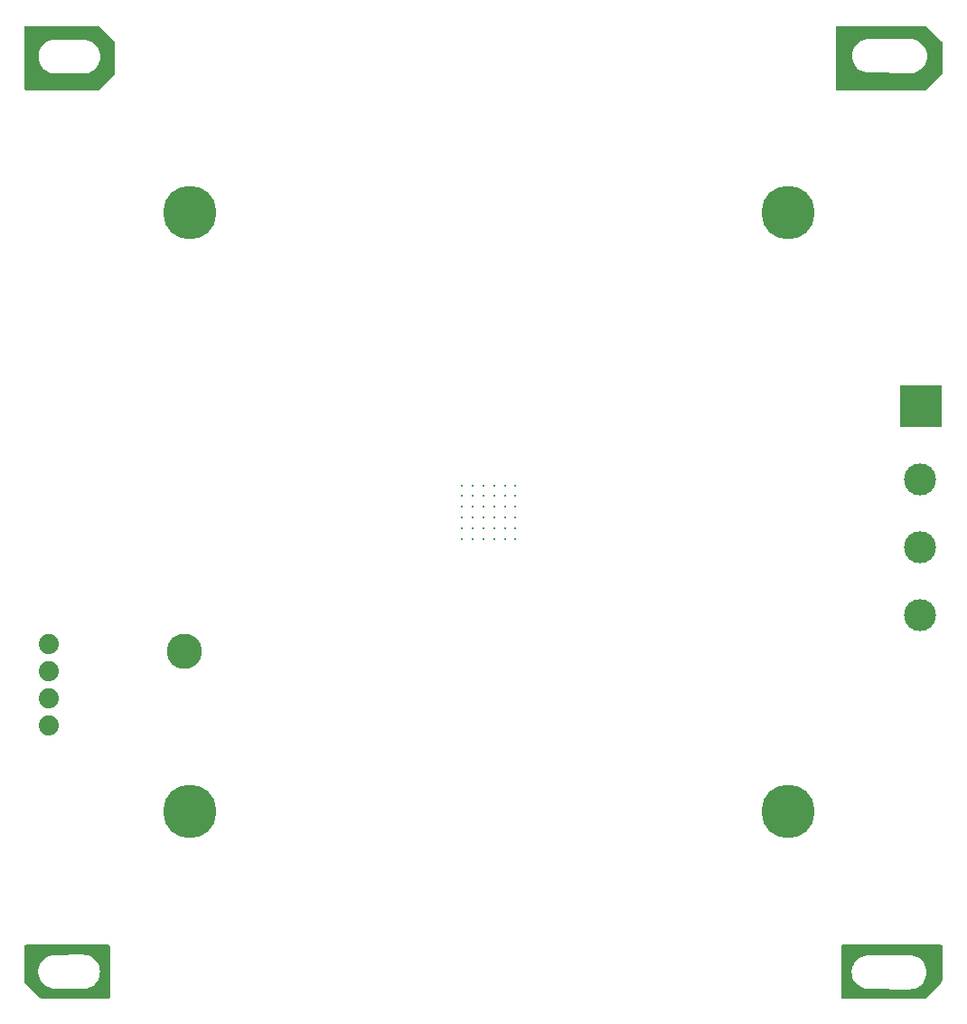
<source format=gbr>
%TF.GenerationSoftware,KiCad,Pcbnew,7.0.1-0*%
%TF.CreationDate,2023-03-22T23:36:25-07:00*%
%TF.ProjectId,Cosmic_Watch_Rev7_Nano_Revised,436f736d-6963-45f5-9761-7463685f5265,6.1*%
%TF.SameCoordinates,Original*%
%TF.FileFunction,Soldermask,Bot*%
%TF.FilePolarity,Negative*%
%FSLAX46Y46*%
G04 Gerber Fmt 4.6, Leading zero omitted, Abs format (unit mm)*
G04 Created by KiCad (PCBNEW 7.0.1-0) date 2023-03-22 23:36:25*
%MOMM*%
%LPD*%
G01*
G04 APERTURE LIST*
%ADD10C,5.000000*%
%ADD11C,1.879600*%
%ADD12C,3.000000*%
%ADD13C,3.301600*%
%ADD14R,4.000000X4.000000*%
%ADD15C,0.260000*%
G04 APERTURE END LIST*
D10*
%TO.C,*%
X175320000Y-122080000D03*
%TD*%
D11*
%TO.C,*%
X162100000Y-111545000D03*
%TD*%
D12*
%TO.C,TP2*%
X243736500Y-97408000D03*
%TD*%
D13*
%TO.C,U$9*%
X174800000Y-107100000D03*
%TD*%
D12*
%TO.C,TP3*%
X243736500Y-91058000D03*
%TD*%
D14*
%TO.C,TP4*%
X243800000Y-84200000D03*
%TD*%
D11*
%TO.C,*%
X162100000Y-106465000D03*
%TD*%
D10*
%TO.C,*%
X231320000Y-122080000D03*
%TD*%
%TO.C,*%
X175320000Y-66080000D03*
%TD*%
D12*
%TO.C,TP1*%
X243736500Y-103758000D03*
%TD*%
D10*
%TO.C,*%
X231320000Y-66080000D03*
%TD*%
D11*
%TO.C,*%
X162100000Y-114085000D03*
%TD*%
%TO.C,*%
X162100000Y-109005000D03*
%TD*%
D15*
%TO.C,IC1*%
X205820000Y-91580000D03*
X204820000Y-91580000D03*
X203820000Y-91580000D03*
X202820000Y-91580000D03*
X201820000Y-91580000D03*
X200820000Y-91580000D03*
X205820000Y-92580000D03*
X204820000Y-92580000D03*
X203820000Y-92580000D03*
X202820000Y-92580000D03*
X201820000Y-92580000D03*
X200820000Y-92580000D03*
X205820000Y-93580000D03*
X204820000Y-93580000D03*
X203820000Y-93580000D03*
X202820000Y-93580000D03*
X201820000Y-93580000D03*
X200820000Y-93580000D03*
X205820000Y-94580000D03*
X204820000Y-94580000D03*
X203820000Y-94580000D03*
X202820000Y-94580000D03*
X201820000Y-94580000D03*
X200820000Y-94580000D03*
X205820000Y-95580000D03*
X204820000Y-95580000D03*
X203820000Y-95580000D03*
X202820000Y-95580000D03*
X201820000Y-95580000D03*
X200820000Y-95580000D03*
X205820000Y-96580000D03*
X204820000Y-96580000D03*
X203820000Y-96580000D03*
X202820000Y-96580000D03*
X201820000Y-96580000D03*
X200820000Y-96580000D03*
%TD*%
G36*
X167757000Y-134596881D02*
G01*
X167803119Y-134643000D01*
X167820000Y-134706000D01*
X167820000Y-139454000D01*
X167803119Y-139517000D01*
X167757000Y-139563119D01*
X167694000Y-139580000D01*
X161372190Y-139580000D01*
X161323972Y-139570409D01*
X161283095Y-139543095D01*
X159856905Y-138116905D01*
X159829591Y-138076028D01*
X159820000Y-138027810D01*
X159820000Y-137206740D01*
X161108792Y-137206740D01*
X161144112Y-137453467D01*
X161217827Y-137691557D01*
X161328103Y-137915084D01*
X161472181Y-138118460D01*
X161646477Y-138296625D01*
X161846648Y-138445138D01*
X162067692Y-138560287D01*
X162304114Y-138639213D01*
X162549995Y-138680000D01*
X165300196Y-138705008D01*
X165550493Y-138685311D01*
X165794631Y-138626698D01*
X166026585Y-138530619D01*
X166240665Y-138399431D01*
X166431577Y-138236378D01*
X166594630Y-138045466D01*
X166725818Y-137831387D01*
X166821898Y-137599431D01*
X166880509Y-137355297D01*
X166900208Y-137105000D01*
X166880509Y-136854702D01*
X166821898Y-136610568D01*
X166725818Y-136378612D01*
X166594630Y-136164533D01*
X166431577Y-135973621D01*
X166240665Y-135810568D01*
X166026585Y-135679380D01*
X165794629Y-135583301D01*
X165550490Y-135524687D01*
X165300199Y-135505008D01*
X162599976Y-135530792D01*
X162352913Y-135563698D01*
X162114112Y-135635081D01*
X161889520Y-135743164D01*
X161684742Y-135885248D01*
X161504880Y-136057794D01*
X161354420Y-136256498D01*
X161237110Y-136476411D01*
X161155878Y-136712044D01*
X161112746Y-136957527D01*
X161108792Y-137206740D01*
X159820000Y-137206740D01*
X159820000Y-134706000D01*
X159836881Y-134643000D01*
X159883000Y-134596881D01*
X159946000Y-134580000D01*
X167694000Y-134580000D01*
X167757000Y-134596881D01*
G37*
G36*
X166816028Y-48589591D02*
G01*
X166856905Y-48616905D01*
X168283095Y-50043095D01*
X168310409Y-50083972D01*
X168320000Y-50132190D01*
X168320000Y-53027810D01*
X168310409Y-53076028D01*
X168283095Y-53116905D01*
X166856905Y-54543095D01*
X166816028Y-54570409D01*
X166767810Y-54580000D01*
X159946000Y-54580000D01*
X159883000Y-54563119D01*
X159836881Y-54517000D01*
X159820000Y-54454000D01*
X159820000Y-51546740D01*
X161138583Y-51546740D01*
X161173903Y-51793467D01*
X161247621Y-52031564D01*
X161357894Y-52255087D01*
X161501972Y-52458463D01*
X161676276Y-52636634D01*
X161876443Y-52785145D01*
X162097490Y-52900296D01*
X162333911Y-52979222D01*
X162579801Y-53019991D01*
X165329998Y-53044999D01*
X165580295Y-53025300D01*
X165824428Y-52966689D01*
X166056383Y-52870610D01*
X166270460Y-52739423D01*
X166461371Y-52576371D01*
X166624423Y-52385460D01*
X166755610Y-52171383D01*
X166851689Y-51939428D01*
X166910301Y-51695295D01*
X166929999Y-51445000D01*
X166910301Y-51194704D01*
X166851689Y-50950571D01*
X166755610Y-50718616D01*
X166624423Y-50504539D01*
X166461371Y-50313628D01*
X166270460Y-50150576D01*
X166056383Y-50019389D01*
X165824428Y-49923310D01*
X165580295Y-49864699D01*
X165329992Y-49845000D01*
X162629778Y-49870783D01*
X162382714Y-49903689D01*
X162143908Y-49975073D01*
X161919320Y-50083153D01*
X161714538Y-50225240D01*
X161534672Y-50397788D01*
X161384214Y-50596490D01*
X161266901Y-50816408D01*
X161185670Y-51052038D01*
X161142537Y-51297527D01*
X161138583Y-51546740D01*
X159820000Y-51546740D01*
X159820000Y-48706000D01*
X159836881Y-48643000D01*
X159883000Y-48596881D01*
X159946000Y-48580000D01*
X166767810Y-48580000D01*
X166816028Y-48589591D01*
G37*
G36*
X245757000Y-134596881D02*
G01*
X245803119Y-134643000D01*
X245820000Y-134706000D01*
X245820000Y-137823332D01*
X245803934Y-137884899D01*
X245636680Y-138183551D01*
X245631511Y-138191986D01*
X245484354Y-138412221D01*
X245468685Y-138431314D01*
X244356906Y-139543095D01*
X244316028Y-139570409D01*
X244267810Y-139580000D01*
X236446000Y-139580000D01*
X236383000Y-139563119D01*
X236336881Y-139517000D01*
X236320000Y-139454000D01*
X236320000Y-137089607D01*
X237325193Y-137089607D01*
X237341026Y-137338745D01*
X237396025Y-137582251D01*
X237488805Y-137814005D01*
X237617043Y-138028196D01*
X237777507Y-138219430D01*
X237966174Y-138382909D01*
X238178296Y-138514521D01*
X238408558Y-138610970D01*
X238651154Y-138669821D01*
X238900022Y-138689604D01*
X242750011Y-138739604D01*
X243000305Y-138719896D01*
X243244433Y-138661283D01*
X243476391Y-138565203D01*
X243690458Y-138434019D01*
X243881375Y-138270960D01*
X244044423Y-138080054D01*
X244175609Y-137865978D01*
X244271686Y-137634025D01*
X244330298Y-137389892D01*
X244349995Y-137139599D01*
X244330298Y-136889307D01*
X244271686Y-136645174D01*
X244175609Y-136413221D01*
X244044423Y-136199145D01*
X243881375Y-136008239D01*
X243690458Y-135845180D01*
X243476391Y-135713996D01*
X243244432Y-135617916D01*
X243000311Y-135559305D01*
X242750006Y-135539604D01*
X238949997Y-135540397D01*
X238700626Y-135552265D01*
X238456285Y-135603390D01*
X238223082Y-135692482D01*
X238006886Y-135817300D01*
X237813127Y-135974710D01*
X237646678Y-136160754D01*
X237511708Y-136370768D01*
X237411622Y-136599456D01*
X237348923Y-136841106D01*
X237325193Y-137089607D01*
X236320000Y-137089607D01*
X236320000Y-134706000D01*
X236336881Y-134643000D01*
X236383000Y-134596881D01*
X236446000Y-134580000D01*
X245694000Y-134580000D01*
X245757000Y-134596881D01*
G37*
G36*
X244316028Y-48589591D02*
G01*
X244356905Y-48616905D01*
X245783095Y-50043095D01*
X245810409Y-50083972D01*
X245820000Y-50132190D01*
X245820000Y-53027810D01*
X245810409Y-53076028D01*
X245783095Y-53116905D01*
X244356905Y-54543095D01*
X244316028Y-54570409D01*
X244267810Y-54580000D01*
X235946000Y-54580000D01*
X235883000Y-54563119D01*
X235836881Y-54517000D01*
X235820000Y-54454000D01*
X235820000Y-51345008D01*
X237355197Y-51345008D01*
X237371030Y-51594142D01*
X237426028Y-51837644D01*
X237518808Y-52069404D01*
X237647043Y-52283590D01*
X237807509Y-52474826D01*
X237996166Y-52638297D01*
X238208291Y-52769915D01*
X238438550Y-52866363D01*
X238681143Y-52925215D01*
X238930011Y-52945000D01*
X242779991Y-52994999D01*
X243030295Y-52975300D01*
X243274428Y-52916689D01*
X243506383Y-52820610D01*
X243720460Y-52689423D01*
X243911371Y-52526371D01*
X244074423Y-52335460D01*
X244205610Y-52121383D01*
X244301689Y-51889428D01*
X244360301Y-51645295D01*
X244379999Y-51394999D01*
X244360301Y-51144704D01*
X244301689Y-50900571D01*
X244205610Y-50668616D01*
X244074423Y-50454539D01*
X243911371Y-50263628D01*
X243720460Y-50100576D01*
X243506383Y-49969389D01*
X243274428Y-49873310D01*
X243030295Y-49814699D01*
X242779995Y-49795000D01*
X238979968Y-49795793D01*
X238730619Y-49807670D01*
X238486276Y-49858796D01*
X238253074Y-49947889D01*
X238036887Y-50072704D01*
X237843123Y-50230121D01*
X237676678Y-50416160D01*
X237541710Y-50626174D01*
X237441624Y-50854862D01*
X237378927Y-51096505D01*
X237355197Y-51345008D01*
X235820000Y-51345008D01*
X235820000Y-48706000D01*
X235836881Y-48643000D01*
X235883000Y-48596881D01*
X235946000Y-48580000D01*
X244267810Y-48580000D01*
X244316028Y-48589591D01*
G37*
M02*

</source>
